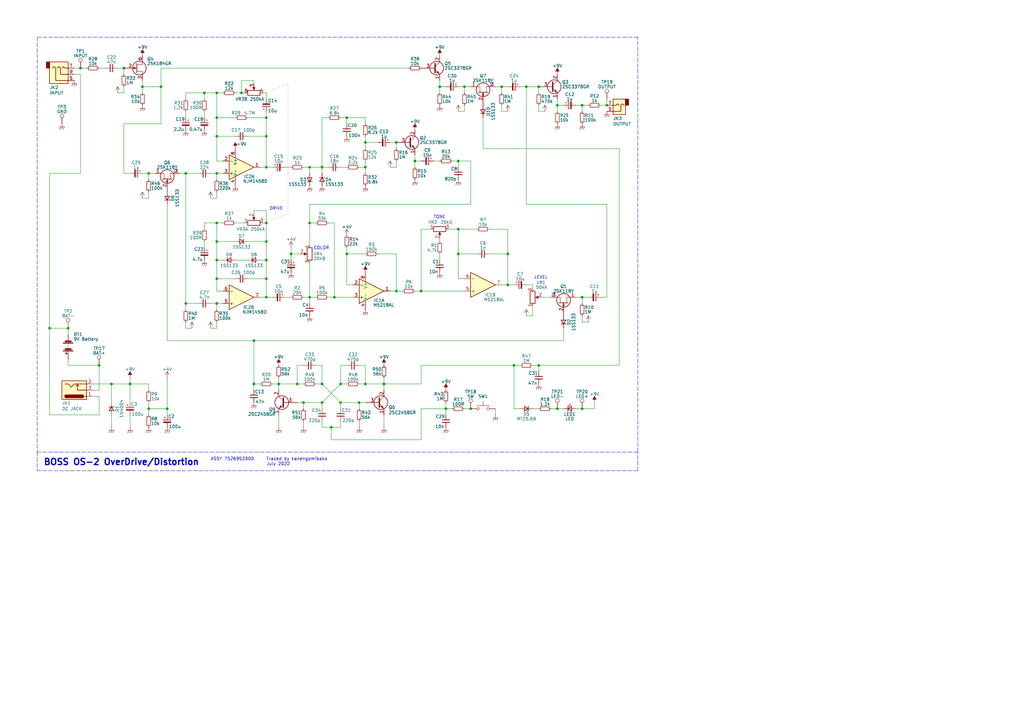
<source format=kicad_sch>
(kicad_sch (version 20211123) (generator eeschema)
  (paper "A3")
  (junction (at 124.46 165.1))
  (junction (at 210.82 149.86))
  (junction (at 132.08 157.48))
  (junction (at 238.76 167.64))
  (junction (at 187.96 93.98))
  (junction (at 127 68.58))
  (junction (at 215.9 35.56))
  (junction (at 228.6 43.18))
  (junction (at 109.22 91.44))
  (junction (at 142.24 48.26))
  (junction (at 60.96 71.12))
  (junction (at 109.22 121.92))
  (junction (at 109.22 68.58))
  (junction (at 88.9 48.26))
  (junction (at 119.38 104.14))
  (junction (at 187.96 66.04))
  (junction (at 60.96 167.64))
  (junction (at 99.06 38.1))
  (junction (at 114.3 157.48))
  (junction (at 66.04 35.56))
  (junction (at 132.08 165.1))
  (junction (at 109.22 48.26))
  (junction (at 109.22 106.68))
  (junction (at 58.42 35.56))
  (junction (at 228.6 167.64))
  (junction (at 238.76 121.92))
  (junction (at 135.89 175.26))
  (junction (at 220.98 149.86))
  (junction (at 137.16 121.92))
  (junction (at 33.02 27.94))
  (junction (at 187.96 104.14))
  (junction (at 68.58 167.64))
  (junction (at 190.5 35.56))
  (junction (at 109.22 114.3))
  (junction (at 149.86 157.48))
  (junction (at 88.9 55.88))
  (junction (at 139.7 165.1))
  (junction (at 208.28 116.84))
  (junction (at 88.9 91.44))
  (junction (at 27.94 134.62))
  (junction (at 248.92 43.18))
  (junction (at 88.9 114.3))
  (junction (at 149.86 68.58))
  (junction (at 76.2 124.46))
  (junction (at 88.9 71.12))
  (junction (at 76.2 71.12))
  (junction (at 205.74 35.56))
  (junction (at 45.72 157.48))
  (junction (at 83.82 38.1))
  (junction (at 121.92 157.48))
  (junction (at 193.04 167.64))
  (junction (at 104.14 157.48))
  (junction (at 104.14 139.7))
  (junction (at 162.56 119.38))
  (junction (at 109.22 99.06))
  (junction (at 53.34 157.48))
  (junction (at 172.72 119.38))
  (junction (at 182.88 167.64))
  (junction (at 40.64 149.86))
  (junction (at 157.48 157.48))
  (junction (at 132.08 68.58))
  (junction (at 142.24 104.14))
  (junction (at 180.34 35.56))
  (junction (at 109.22 55.88))
  (junction (at 147.32 165.1))
  (junction (at 127 121.92))
  (junction (at 127 91.44))
  (junction (at 88.9 106.68))
  (junction (at 139.7 157.48))
  (junction (at 162.56 58.42))
  (junction (at 20.32 134.62))
  (junction (at 220.98 35.56))
  (junction (at 88.9 38.1))
  (junction (at 238.76 43.18))
  (junction (at 149.86 58.42))
  (junction (at 170.18 66.04))
  (junction (at 208.28 104.14))
  (junction (at 88.9 99.06))
  (junction (at 88.9 124.46))
  (junction (at 50.8 27.94))
  (wire (pts (xy 121.92 157.48) (xy 114.3 157.48)))
  (wire (pts (xy 104.14 157.48) (xy 104.14 139.7)))
  (wire (pts (xy 172.72 66.04) (xy 170.18 66.04)))
  (wire (pts (xy 109.22 121.92) (xy 109.22 114.3)))
  (wire (pts (xy 170.18 66.04) (xy 170.18 63.5)))
  (wire (pts (xy 205.74 35.56) (xy 203.2 35.56)))
  (wire (pts (xy 111.76 68.58) (xy 109.22 68.58)))
  (wire (pts (xy 127 83.82) (xy 127 91.44)))
  (wire (pts (xy 180.34 35.56) (xy 182.88 35.56)))
  (wire (pts (xy 99.06 33.02) (xy 99.06 38.1)))
  (polyline (pts (xy 261.62 185.42) (xy 261.62 15.24)))
  (wire (pts (xy 218.44 116.84) (xy 218.44 118.11)))
  (wire (pts (xy 45.72 170.18) (xy 45.72 175.26)))
  (wire (pts (xy 124.46 157.48) (xy 121.92 157.48)))
  (wire (pts (xy 101.6 48.26) (xy 109.22 48.26)))
  (wire (pts (xy 149.86 149.86) (xy 149.86 157.48)))
  (polyline (pts (xy 15.24 185.42) (xy 15.24 193.04)))
  (wire (pts (xy 129.54 157.48) (xy 132.08 157.48)))
  (polyline (pts (xy 15.24 193.04) (xy 261.62 193.04)))
  (wire (pts (xy 203.2 170.18) (xy 203.2 167.64)))
  (wire (pts (xy 109.22 45.72) (xy 109.22 48.26)))
  (wire (pts (xy 88.9 132.08) (xy 88.9 134.62)))
  (wire (pts (xy 132.08 149.86) (xy 129.54 149.86)))
  (wire (pts (xy 88.9 91.44) (xy 88.9 99.06)))
  (wire (pts (xy 104.14 33.02) (xy 99.06 33.02)))
  (wire (pts (xy 149.86 48.26) (xy 142.24 48.26)))
  (polyline (pts (xy 261.62 15.24) (xy 15.24 15.24)))
  (wire (pts (xy 100.33 91.44) (xy 96.52 91.44)))
  (wire (pts (xy 187.96 45.72) (xy 190.5 45.72)))
  (wire (pts (xy 91.44 91.44) (xy 88.9 91.44)))
  (wire (pts (xy 238.76 121.92) (xy 236.22 121.92)))
  (wire (pts (xy 50.8 50.8) (xy 66.04 50.8)))
  (wire (pts (xy 215.9 35.56) (xy 215.9 83.82)))
  (wire (pts (xy 96.52 55.88) (xy 88.9 55.88)))
  (wire (pts (xy 137.16 91.44) (xy 137.16 121.92)))
  (wire (pts (xy 30.48 30.48) (xy 33.02 30.48)))
  (wire (pts (xy 238.76 129.54) (xy 238.76 132.08)))
  (wire (pts (xy 190.5 35.56) (xy 193.04 35.56)))
  (wire (pts (xy 243.84 167.64) (xy 243.84 165.1)))
  (wire (pts (xy 238.76 43.18) (xy 241.3 43.18)))
  (wire (pts (xy 104.14 34.29) (xy 104.14 33.02)))
  (wire (pts (xy 195.58 104.14) (xy 187.96 104.14)))
  (wire (pts (xy 180.34 35.56) (xy 180.34 38.1)))
  (wire (pts (xy 127 121.92) (xy 127 124.46)))
  (wire (pts (xy 53.34 170.18) (xy 53.34 175.26)))
  (wire (pts (xy 187.96 104.14) (xy 187.96 114.3)))
  (wire (pts (xy 215.9 35.56) (xy 220.98 35.56)))
  (wire (pts (xy 124.46 68.58) (xy 127 68.58)))
  (wire (pts (xy 246.38 43.18) (xy 248.92 43.18)))
  (wire (pts (xy 53.34 157.48) (xy 60.96 157.48)))
  (wire (pts (xy 132.08 68.58) (xy 134.62 68.58)))
  (wire (pts (xy 180.34 33.02) (xy 180.34 35.56)))
  (wire (pts (xy 30.48 27.94) (xy 33.02 27.94)))
  (wire (pts (xy 99.06 38.1) (xy 96.52 38.1)))
  (wire (pts (xy 20.32 134.62) (xy 27.94 134.62)))
  (wire (pts (xy 187.96 66.04) (xy 193.04 66.04)))
  (wire (pts (xy 33.02 71.12) (xy 20.32 71.12)))
  (wire (pts (xy 187.96 66.04) (xy 187.96 68.58)))
  (wire (pts (xy 132.08 157.48) (xy 132.08 149.86)))
  (wire (pts (xy 124.46 167.64) (xy 124.46 165.1)))
  (wire (pts (xy 215.9 129.54) (xy 218.44 129.54)))
  (wire (pts (xy 104.14 160.02) (xy 104.14 157.48)))
  (wire (pts (xy 172.72 93.98) (xy 172.72 119.38)))
  (wire (pts (xy 88.9 55.88) (xy 88.9 66.04)))
  (wire (pts (xy 215.9 83.82) (xy 248.92 83.82)))
  (wire (pts (xy 124.46 121.92) (xy 127 121.92)))
  (wire (pts (xy 236.22 167.64) (xy 238.76 167.64)))
  (wire (pts (xy 205.74 38.1) (xy 205.74 35.56)))
  (wire (pts (xy 43.18 27.94) (xy 40.64 27.94)))
  (wire (pts (xy 135.89 180.34) (xy 172.72 180.34)))
  (wire (pts (xy 172.72 119.38) (xy 190.5 119.38)))
  (wire (pts (xy 208.28 45.72) (xy 205.74 45.72)))
  (wire (pts (xy 86.36 81.28) (xy 88.9 81.28)))
  (wire (pts (xy 208.28 116.84) (xy 205.74 116.84)))
  (wire (pts (xy 38.1 157.48) (xy 45.72 157.48)))
  (wire (pts (xy 91.44 71.12) (xy 88.9 71.12)))
  (wire (pts (xy 193.04 167.64) (xy 190.5 167.64)))
  (wire (pts (xy 205.74 35.56) (xy 208.28 35.56)))
  (wire (pts (xy 228.6 43.18) (xy 228.6 45.72)))
  (wire (pts (xy 127 68.58) (xy 132.08 68.58)))
  (wire (pts (xy 218.44 125.73) (xy 218.44 129.54)))
  (wire (pts (xy 53.34 71.12) (xy 50.8 71.12)))
  (wire (pts (xy 238.76 167.64) (xy 243.84 167.64)))
  (wire (pts (xy 226.06 167.64) (xy 228.6 167.64)))
  (wire (pts (xy 60.96 71.12) (xy 63.5 71.12)))
  (wire (pts (xy 40.64 149.86) (xy 40.64 160.02)))
  (wire (pts (xy 109.22 48.26) (xy 109.22 55.88)))
  (wire (pts (xy 101.6 55.88) (xy 109.22 55.88)))
  (wire (pts (xy 88.9 106.68) (xy 88.9 114.3)))
  (wire (pts (xy 33.02 30.48) (xy 33.02 71.12)))
  (wire (pts (xy 88.9 38.1) (xy 91.44 38.1)))
  (wire (pts (xy 114.3 170.18) (xy 114.3 175.26)))
  (wire (pts (xy 157.48 157.48) (xy 172.72 157.48)))
  (wire (pts (xy 220.98 149.86) (xy 254 149.86)))
  (wire (pts (xy 149.86 58.42) (xy 149.86 55.88)))
  (wire (pts (xy 106.68 106.68) (xy 109.22 106.68)))
  (wire (pts (xy 76.2 48.26) (xy 76.2 45.72)))
  (wire (pts (xy 198.12 48.26) (xy 198.12 60.96)))
  (wire (pts (xy 172.72 93.98) (xy 176.53 93.98)))
  (wire (pts (xy 142.24 104.14) (xy 142.24 101.6)))
  (wire (pts (xy 162.56 119.38) (xy 162.56 104.14)))
  (wire (pts (xy 104.14 157.48) (xy 106.68 157.48)))
  (wire (pts (xy 142.24 157.48) (xy 139.7 157.48)))
  (wire (pts (xy 53.34 157.48) (xy 53.34 165.1)))
  (wire (pts (xy 162.56 60.96) (xy 162.56 58.42)))
  (wire (pts (xy 91.44 106.68) (xy 88.9 106.68)))
  (wire (pts (xy 132.08 165.1) (xy 132.08 167.64)))
  (polyline (pts (xy 118.11 34.29) (xy 118.11 87.63)) (stroke (width 0) (type dot) (color 72 72 72 1)))
  (wire (pts (xy 162.56 66.04) (xy 162.56 68.58)))
  (wire (pts (xy 78.74 134.62) (xy 76.2 134.62)))
  (wire (pts (xy 248.92 83.82) (xy 248.92 121.92)))
  (wire (pts (xy 180.34 99.06) (xy 180.34 97.79)))
  (wire (pts (xy 127 91.44) (xy 127 100.33)))
  (wire (pts (xy 195.58 93.98) (xy 187.96 93.98)))
  (wire (pts (xy 180.34 106.68) (xy 180.34 104.14)))
  (wire (pts (xy 127 83.82) (xy 193.04 83.82)))
  (wire (pts (xy 144.78 116.84) (xy 142.24 116.84)))
  (wire (pts (xy 228.6 43.18) (xy 231.14 43.18)))
  (wire (pts (xy 76.2 38.1) (xy 83.82 38.1)))
  (wire (pts (xy 106.68 121.92) (xy 109.22 121.92)))
  (wire (pts (xy 170.18 68.58) (xy 170.18 66.04)))
  (wire (pts (xy 73.66 71.12) (xy 76.2 71.12)))
  (wire (pts (xy 182.88 167.64) (xy 182.88 165.1)))
  (polyline (pts (xy 111.76 90.17) (xy 118.11 87.63)) (stroke (width 0) (type dot) (color 72 72 72 1)))
  (wire (pts (xy 88.9 38.1) (xy 88.9 48.26)))
  (wire (pts (xy 149.86 157.48) (xy 157.48 157.48)))
  (wire (pts (xy 160.02 58.42) (xy 162.56 58.42)))
  (wire (pts (xy 132.08 157.48) (xy 139.7 165.1)))
  (wire (pts (xy 182.88 167.64) (xy 182.88 170.18)))
  (wire (pts (xy 119.38 101.6) (xy 119.38 104.14)))
  (wire (pts (xy 129.54 121.92) (xy 127 121.92)))
  (wire (pts (xy 228.6 167.64) (xy 231.14 167.64)))
  (wire (pts (xy 124.46 165.1) (xy 132.08 165.1)))
  (wire (pts (xy 86.36 124.46) (xy 88.9 124.46)))
  (wire (pts (xy 20.32 71.12) (xy 20.32 134.62)))
  (wire (pts (xy 20.32 134.62) (xy 20.32 170.18)))
  (wire (pts (xy 135.89 175.26) (xy 139.7 175.26)))
  (wire (pts (xy 210.82 149.86) (xy 210.82 167.64)))
  (wire (pts (xy 149.86 50.8) (xy 149.86 48.26)))
  (wire (pts (xy 76.2 132.08) (xy 76.2 134.62)))
  (wire (pts (xy 66.04 50.8) (xy 66.04 35.56)))
  (wire (pts (xy 142.24 48.26) (xy 139.7 48.26)))
  (wire (pts (xy 147.32 68.58) (xy 149.86 68.58)))
  (wire (pts (xy 172.72 167.64) (xy 172.72 180.34)))
  (wire (pts (xy 238.76 124.46) (xy 238.76 121.92)))
  (wire (pts (xy 66.04 27.94) (xy 167.64 27.94)))
  (wire (pts (xy 60.96 73.66) (xy 60.96 71.12)))
  (wire (pts (xy 139.7 157.48) (xy 139.7 149.86)))
  (wire (pts (xy 86.36 134.62) (xy 88.9 134.62)))
  (wire (pts (xy 185.42 66.04) (xy 187.96 66.04)))
  (wire (pts (xy 60.96 78.74) (xy 60.96 81.28)))
  (wire (pts (xy 208.28 104.14) (xy 208.28 116.84)))
  (wire (pts (xy 149.86 60.96) (xy 149.86 58.42)))
  (wire (pts (xy 58.42 81.28) (xy 60.96 81.28)))
  (wire (pts (xy 154.94 104.14) (xy 162.56 104.14)))
  (wire (pts (xy 45.72 157.48) (xy 53.34 157.48)))
  (wire (pts (xy 109.22 106.68) (xy 109.22 99.06)))
  (wire (pts (xy 116.84 121.92) (xy 119.38 121.92)))
  (wire (pts (xy 40.64 162.56) (xy 40.64 170.18)))
  (wire (pts (xy 88.9 71.12) (xy 86.36 71.12)))
  (wire (pts (xy 132.08 68.58) (xy 132.08 71.12)))
  (wire (pts (xy 210.82 116.84) (xy 208.28 116.84)))
  (wire (pts (xy 149.86 68.58) (xy 149.86 71.12)))
  (wire (pts (xy 33.02 27.94) (xy 35.56 27.94)))
  (wire (pts (xy 60.96 160.02) (xy 60.96 157.48)))
  (wire (pts (xy 147.32 175.26) (xy 147.32 172.72)))
  (wire (pts (xy 210.82 149.86) (xy 213.36 149.86)))
  (wire (pts (xy 27.94 149.86) (xy 40.64 149.86)))
  (wire (pts (xy 147.32 167.64) (xy 147.32 165.1)))
  (wire (pts (xy 238.76 132.08) (xy 241.3 132.08)))
  (wire (pts (xy 200.66 104.14) (xy 208.28 104.14)))
  (wire (pts (xy 83.82 38.1) (xy 88.9 38.1)))
  (wire (pts (xy 144.78 121.92) (xy 137.16 121.92)))
  (wire (pts (xy 88.9 99.06) (xy 88.9 106.68)))
  (wire (pts (xy 142.24 104.14) (xy 142.24 116.84)))
  (wire (pts (xy 53.34 154.94) (xy 53.34 157.48)))
  (wire (pts (xy 60.96 170.18) (xy 60.96 167.64)))
  (wire (pts (xy 147.32 149.86) (xy 149.86 149.86)))
  (wire (pts (xy 222.25 121.92) (xy 226.06 121.92)))
  (wire (pts (xy 248.92 40.64) (xy 248.92 43.18)))
  (wire (pts (xy 172.72 149.86) (xy 210.82 149.86)))
  (wire (pts (xy 157.48 157.48) (xy 157.48 160.02)))
  (wire (pts (xy 187.96 35.56) (xy 190.5 35.56)))
  (wire (pts (xy 213.36 167.64) (xy 210.82 167.64)))
  (wire (pts (xy 83.82 48.26) (xy 83.82 45.72)))
  (wire (pts (xy 220.98 152.4) (xy 220.98 149.86)))
  (wire (pts (xy 134.62 48.26) (xy 132.08 48.26)))
  (wire (pts (xy 119.38 104.14) (xy 119.38 106.68)))
  (wire (pts (xy 149.86 68.58) (xy 149.86 66.04)))
  (wire (pts (xy 127 107.95) (xy 127 121.92)))
  (wire (pts (xy 134.62 91.44) (xy 137.16 91.44)))
  (wire (pts (xy 48.26 38.1) (xy 50.8 38.1)))
  (wire (pts (xy 104.14 87.63) (xy 104.14 86.36)))
  (wire (pts (xy 109.22 38.1) (xy 107.95 38.1)))
  (wire (pts (xy 83.82 40.64) (xy 83.82 38.1)))
  (wire (pts (xy 91.44 66.04) (xy 88.9 66.04)))
  (wire (pts (xy 190.5 43.18) (xy 190.5 45.72)))
  (wire (pts (xy 109.22 86.36) (xy 109.22 91.44)))
  (wire (pts (xy 220.98 45.72) (xy 223.52 45.72)))
  (wire (pts (xy 106.68 68.58) (xy 109.22 68.58)))
  (wire (pts (xy 228.6 40.64) (xy 228.6 43.18)))
  (wire (pts (xy 185.42 167.64) (xy 182.88 167.64)))
  (wire (pts (xy 160.02 68.58) (xy 162.56 68.58)))
  (wire (pts (xy 139.7 157.48) (xy 132.08 165.1)))
  (wire (pts (xy 157.48 157.48) (xy 157.48 154.94)))
  (wire (pts (xy 58.42 33.02) (xy 58.42 35.56)))
  (wire (pts (xy 147.32 157.48) (xy 149.86 157.48)))
  (wire (pts (xy 88.9 73.66) (xy 88.9 71.12)))
  (wire (pts (xy 88.9 124.46) (xy 91.44 124.46)))
  (wire (pts (xy 160.02 119.38) (xy 162.56 119.38)))
  (wire (pts (xy 88.9 91.44) (xy 83.82 91.44)))
  (polyline (pts (xy 261.62 193.04) (xy 261.62 185.42)))
  (wire (pts (xy 238.76 121.92) (xy 241.3 121.92)))
  (wire (pts (xy 124.46 149.86) (xy 121.92 149.86)))
  (wire (pts (xy 139.7 165.1) (xy 139.7 167.64)))
  (wire (pts (xy 135.89 175.26) (xy 135.89 180.34)))
  (wire (pts (xy 109.22 91.44) (xy 107.95 91.44)))
  (wire (pts (xy 172.72 157.48) (xy 172.72 149.86)))
  (wire (pts (xy 83.82 99.06) (xy 83.82 101.6)))
  (wire (pts (xy 121.92 149.86) (xy 121.92 157.48)))
  (wire (pts (xy 139.7 149.86) (xy 142.24 149.86)))
  (wire (pts (xy 27.94 147.32) (xy 27.94 149.86)))
  (wire (pts (xy 246.38 121.92) (xy 248.92 121.92)))
  (wire (pts (xy 157.48 170.18) (xy 157.48 175.26)))
  (wire (pts (xy 132.08 175.26) (xy 135.89 175.26)))
  (wire (pts (xy 101.6 114.3) (xy 109.22 114.3)))
  (wire (pts (xy 200.66 93.98) (xy 208.28 93.98)))
  (wire (pts (xy 170.18 119.38) (xy 172.72 119.38)))
  (wire (pts (xy 114.3 157.48) (xy 114.3 154.94)))
  (wire (pts (xy 96.52 48.26) (xy 88.9 48.26)))
  (wire (pts (xy 76.2 71.12) (xy 76.2 124.46)))
  (wire (pts (xy 60.96 167.64) (xy 60.96 165.1)))
  (wire (pts (xy 198.12 60.96) (xy 254 60.96)))
  (wire (pts (xy 96.52 114.3) (xy 88.9 114.3)))
  (wire (pts (xy 184.15 93.98) (xy 187.96 93.98)))
  (wire (pts (xy 213.36 35.56) (xy 215.9 35.56)))
  (wire (pts (xy 127 71.12) (xy 127 68.58)))
  (wire (pts (xy 68.58 167.64) (xy 68.58 170.18)))
  (wire (pts (xy 132.08 48.26) (xy 132.08 68.58)))
  (wire (pts (xy 238.76 43.18) (xy 238.76 45.72)))
  (wire (pts (xy 50.8 71.12) (xy 50.8 50.8)))
  (wire (pts (xy 124.46 175.26) (xy 124.46 172.72)))
  (wire (pts (xy 109.22 68.58) (xy 109.22 55.88)))
  (wire (pts (xy 231.14 134.62) (xy 231.14 139.7)))
  (wire (pts (xy 109.22 40.64) (xy 109.22 38.1)))
  (wire (pts (xy 190.5 38.1) (xy 190.5 35.56)))
  (wire (pts (xy 147.32 165.1) (xy 149.86 165.1)))
  (wire (pts (xy 220.98 43.18) (xy 220.98 45.72)))
  (wire (pts (xy 238.76 43.18) (xy 236.22 43.18)))
  (wire (pts (xy 104.14 139.7) (xy 231.14 139.7)))
  (wire (pts (xy 100.33 38.1) (xy 99.06 38.1)))
  (wire (pts (xy 38.1 160.02) (xy 40.64 160.02)))
  (wire (pts (xy 68.58 154.94) (xy 68.58 167.64)))
  (polyline (pts (xy 15.24 15.24) (xy 15.24 185.42)))
  (wire (pts (xy 45.72 157.48) (xy 45.72 165.1)))
  (wire (pts (xy 182.88 167.64) (xy 172.72 167.64)))
  (wire (pts (xy 88.9 48.26) (xy 88.9 55.88)))
  (wire (pts (xy 116.84 68.58) (xy 119.38 68.58)))
  (wire (pts (xy 142.24 104.14) (xy 149.86 104.14)))
  (wire (pts (xy 88.9 81.28) (xy 88.9 78.74)))
  (wire (pts (xy 124.46 165.1) (xy 121.92 165.1)))
  (wire (pts (xy 111.76 157.48) (xy 114.3 157.48)))
  (wire (pts (xy 101.6 99.06) (xy 109.22 99.06)))
  (wire (pts (xy 101.6 106.68) (xy 96.52 106.68)))
  (wire (pts (xy 50.8 27.94) (xy 50.8 30.48)))
  (wire (pts (xy 220.98 35.56) (xy 220.98 38.1)))
  (wire (pts (xy 66.04 35.56) (xy 58.42 35.56)))
  (wire (pts (xy 104.14 86.36) (xy 109.22 86.36)))
  (wire (pts (xy 114.3 157.48) (xy 114.3 160.02)))
  (wire (pts (xy 149.86 58.42) (xy 154.94 58.42)))
  (wire (pts (xy 165.1 119.38) (xy 162.56 119.38)))
  (wire (pts (xy 208.28 93.98) (xy 208.28 104.14)))
  (wire (pts (xy 88.9 124.46) (xy 88.9 127)))
  (wire (pts (xy 76.2 124.46) (xy 81.28 124.46)))
  (wire (pts (xy 68.58 139.7) (xy 104.14 139.7)))
  (wire (pts (xy 58.42 35.56) (xy 58.42 38.1)))
  (wire (pts (xy 119.38 104.14) (xy 123.19 104.14)))
  (wire (pts (xy 88.9 119.38) (xy 91.44 119.38)))
  (wire (pts (xy 218.44 149.86) (xy 220.98 149.86)))
  (wire (pts (xy 193.04 66.04) (xy 193.04 83.82)))
  (wire (pts (xy 48.26 27.94) (xy 50.8 27.94)))
  (wire (pts (xy 20.32 170.18) (xy 40.64 170.18)))
  (wire (pts (xy 142.24 50.8) (xy 142.24 48.26)))
  (wire (pts (xy 139.7 172.72) (xy 139.7 175.26)))
  (wire (pts (xy 254 60.96) (xy 254 149.86)))
  (wire (pts (xy 205.74 43.18) (xy 205.74 45.72)))
  (polyline (pts (xy 111.76 36.83) (xy 118.11 34.29)) (stroke (width 0) (type dot) (color 72 72 72 1)))
  (polyline (pts (xy 15.24 185.42) (xy 261.62 185.42)))
  (wire (pts (xy 76.2 40.64) (xy 76.2 38.1)))
  (wire (pts (xy 76.2 127) (xy 76.2 124.46)))
  (wire (pts (xy 187.96 114.3) (xy 190.5 114.3)))
  (wire (pts (xy 132.08 172.72) (xy 132.08 175.26)))
  (wire (pts (xy 109.22 114.3) (xy 109.22 106.68)))
  (wire (pts (xy 38.1 162.56) (xy 40.64 162.56)))
  (wire (pts (xy 137.16 121.92) (xy 134.62 121.92)))
  (wire (pts (xy 147.32 165.1) (xy 139.7 165.1)))
  (wire (pts (xy 187.96 104.14) (xy 187.96 93.98)))
  (wire (pts (xy 83.82 91.44) (xy 83.82 93.98)))
  (wire (pts (xy 180.34 66.04) (xy 177.8 66.04)))
  (wire (pts (xy 68.58 83.82) (xy 68.58 139.7)))
  (wire (pts (xy 68.58 167.64) (xy 60.96 167.64)))
  (wire (pts (xy 66.04 35.56) (xy 66.04 27.94)))
  (wire (pts (xy 50.8 35.56) (xy 50.8 38.1)))
  (wire (pts (xy 129.54 91.44) (xy 127 91.44)))
  (wire (pts (xy 88.9 99.06) (xy 96.52 99.06)))
  (wire (pts (xy 220.98 167.64) (xy 218.44 167.64)))
  (wire (pts (xy 139.7 68.58) (xy 142.24 68.58)))
  (wire (pts (xy 58.42 71.12) (xy 60.96 71.12)))
  (wire (pts (xy 111.76 121.92) (xy 109.22 121.92)))
  (wire (pts (xy 88.9 114.3) (xy 88.9 119.38)))
  (wire (pts (xy 27.94 134.62) (xy 27.94 137.16)))
  (wire (pts (xy 81.28 71.12) (xy 76.2 71.12)))
  (wire (pts (xy 218.44 116.84) (xy 215.9 116.84)))
  (wire (pts (xy 109.22 99.06) (xy 109.22 91.44)))
  (text "D" (at 200.66 35.56 0) (effects (font (size 1.27 1.27)) (justify left bottom)))
  (text "D" (at 226.06 121.92 0) (effects (font (size 1.27 1.27)) (justify left bottom)))
  (text "D" (at 71.12 71.12 0) (effects (font (size 1.27 1.27)) (justify left bottom)))
  (text "BOSS OS-2 OverDrive/Distortion " (at 17.78 191.135 0) (effects (font (size 2.54 2.54) (thickness 0.508) bold) (justify left bottom)))
  (text "TONE" (at 177.8 89.8525 0) (effects (font (size 1.27 1.27)) (justify left bottom)))
  (text "D" (at 56.8325 25.0825 0) (effects (font (size 1.27 1.27)) (justify left bottom)))
  (text "DRIVE" (at 110.49 86.36 0) (effects (font (size 1.27 1.27)) (justify left bottom)))
  (text "Traced by kanengomibako\nJuly 2022" (at 109.22 191.135 0) (effects (font (size 1.27 1.27)) (justify left bottom)))
  (text "ASSY 7526952000\n " (at 86.36 191.135 0) (effects (font (size 1.27 1.27)) (justify left bottom)))
  (text "LEVEL" (at 219.075 114.6175 0) (effects (font (size 1.27 1.27)) (justify left bottom)))
  (text "COLOR" (at 128.5875 102.5525 0) (effects (font (size 1.27 1.27)) (justify left bottom)))
  (symbol (lib_name "GND_2") (lib_id "power:GND") (at 104.14 165.1 0) (unit 1)
    (property "Reference" "#PWR045" (effects hide))
    (property "Value" "GND" (effects hide))
  )
  (symbol (lib_id "myLib:+4.5V") (at 215.9 129.54 0) (unit 1)
    (property "Reference" "#PWR034" (effects hide))
    (property "Value" "+4.5V" (effects hide))
  )
  (symbol (lib_name "GND_2") (lib_id "power:GND") (at 76.2 53.34 0) (unit 1)
    (property "Reference" "#PWR010" (effects hide))
    (property "Value" "GND" (effects hide))
  )
  (symbol (lib_name "GND_2") (lib_id "power:GND") (at 58.42 43.18 0) (unit 1)
    (property "Reference" "#PWR08" (effects hide))
    (property "Value" "GND" (effects hide))
  )
  (symbol (lib_id "Amplifier_Operational:NJM4580") (at 99.06 121.92 0) (mirror x) (unit 2)
    (property "Reference" "IC2" (at 99.695 126.0475 0) (effects (justify left)))
    (property "Value" "NJM1458D" (at 99.3775 127.9525 0) (effects (justify left)))
  )
  (symbol (lib_id "power:+9V") (at 243.84 165.1 0) (mirror y) (unit 1)
    (property "Reference" "#PWR042" (effects hide))
    (property "Value" "+9V" (at 243.84 161.6075 0))
  )
  (symbol (lib_id "Device:C_Polarized_Small") (at 157.48 58.42 270) (unit 1)
    (property "Reference" "C10" (at 157.48 53.975 90))
    (property "Value" "1u" (at 157.48 55.88 90))
  )
  (symbol (lib_id "Device:R_Small") (at 142.24 99.06 0) (unit 1)
    (property "Reference" "R14" (at 143.1925 98.1075 0) (effects (justify left)))
    (property "Value" "22k" (at 143.1925 100.0125 0) (effects (justify left)))
  )
  (symbol (lib_name "GND_2") (lib_id "power:GND") (at 170.18 73.66 0) (unit 1)
    (property "Reference" "#PWR032" (effects hide))
    (property "Value" "GND" (effects hide))
  )
  (symbol (lib_name "GND_2") (lib_id "power:GND") (at 25.4 50.8 0) (unit 1)
    (property "Reference" "#PWR01" (effects hide))
    (property "Value" "GND" (effects hide))
  )
  (symbol (lib_id "Device:R_Small") (at 93.98 38.1 90) (unit 1)
    (property "Reference" "R22" (at 93.98 34.29 90))
    (property "Value" "12k" (at 93.98 36.195 90))
  )
  (symbol (lib_name "GND_2") (lib_id "power:GND") (at 182.88 175.26 0) (unit 1)
    (property "Reference" "#PWR067" (effects hide))
    (property "Value" "GND" (effects hide))
  )
  (symbol (lib_id "Device:Q_NPN_ECB") (at 226.06 35.56 0) (unit 1)
    (property "Reference" "Q3" (at 230.505 33.655 0) (effects (justify left)))
    (property "Value" "2SC3378GR" (at 230.505 35.56 0) (effects (justify left)))
  )
  (symbol (lib_id "Device:C_Polarized_Small") (at 109.22 43.18 0) (mirror x) (unit 1)
    (property "Reference" "C14" (at 109.855 41.275 0) (effects (justify left)))
    (property "Value" "10u" (at 109.855 45.4025 0) (effects (justify left)))
  )
  (symbol (lib_name "GND_2") (lib_id "power:GND") (at 238.76 50.8 0) (unit 1)
    (property "Reference" "#PWR068" (effects hide))
    (property "Value" "GND" (effects hide))
  )
  (symbol (lib_id "Device:R_Small") (at 109.22 157.48 90) (unit 1)
    (property "Reference" "R20" (at 109.22 153.67 90))
    (property "Value" "1M" (at 109.22 155.575 90))
  )
  (symbol (lib_id "Device:R_Small") (at 121.92 121.92 90) (unit 1)
    (property "Reference" "R2" (at 121.92 118.11 90))
    (property "Value" "20k" (at 121.92 120.015 90))
  )
  (symbol (lib_name "GND_2") (lib_id "power:GND") (at 53.34 175.26 0) (unit 1)
    (property "Reference" "#PWR06" (effects hide))
    (property "Value" "GND" (effects hide))
  )
  (symbol (lib_id "Device:D_Small") (at 45.72 167.64 90) (mirror x) (unit 1)
    (property "Reference" "D1" (at 47.9425 167.64 0))
    (property "Value" "1N4004" (at 49.8475 167.64 0))
  )
  (symbol (lib_id "Device:R_Small") (at 127 157.48 90) (unit 1)
    (property "Reference" "R49" (at 127 153.67 90))
    (property "Value" "100k" (at 127 155.575 90))
  )
  (symbol (lib_id "Device:R_Small") (at 190.5 40.64 0) (unit 1)
    (property "Reference" "R45" (at 191.4525 39.6875 0) (effects (justify left)))
    (property "Value" "1M" (at 191.4525 41.5925 0) (effects (justify left)))
  )
  (symbol (lib_id "myLib:+4.5V") (at 86.36 81.28 0) (unit 1)
    (property "Reference" "#PWR015" (effects hide))
    (property "Value" "+4.5V" (effects hide))
  )
  (symbol (lib_name "GND_2") (lib_id "power:GND") (at 83.82 53.34 0) (unit 1)
    (property "Reference" "#PWR013" (effects hide))
    (property "Value" "GND" (effects hide))
  )
  (symbol (lib_name "GND_2") (lib_id "power:GND") (at 203.2 170.18 0) (unit 1)
    (property "Reference" "#PWR070" (effects hide))
    (property "Value" "GND" (effects hide))
  )
  (symbol (lib_id "Device:Battery") (at 27.94 142.24 180) (unit 1)
    (property "Reference" "BT1" (at 30.1625 137.16 0) (effects (justify right)))
    (property "Value" "9V Battery" (at 30.1625 139.065 0) (effects (justify right)))
  )
  (symbol (lib_name "GND_2") (lib_id "power:GND") (at 187.96 73.66 0) (unit 1)
    (property "Reference" "#PWR033" (effects hide))
    (property "Value" "GND" (effects hide))
  )
  (symbol (lib_id "Device:R_Small") (at 149.86 73.66 0) (unit 1)
    (property "Reference" "R32" (at 150.8125 72.7075 0) (effects (justify left)))
    (property "Value" "6.8k" (at 150.8125 74.6125 0) (effects (justify left)))
  )
  (symbol (lib_id "Device:C_Polarized_Small") (at 210.82 35.56 270) (unit 1)
    (property "Reference" "C24" (at 210.82 31.115 90))
    (property "Value" "1u" (at 210.82 33.02 90))
  )
  (symbol (lib_id "Device:R_Small") (at 205.74 40.64 0) (unit 1)
    (property "Reference" "R41" (at 206.6925 39.6875 0) (effects (justify left)))
    (property "Value" "1M" (at 206.6925 41.5925 0) (effects (justify left)))
  )
  (symbol (lib_id "Device:C_Polarized_Small") (at 68.58 172.72 0) (unit 1)
    (property "Reference" "C2" (at 68.8975 170.815 0) (effects (justify left)))
    (property "Value" "100u" (at 69.215 174.9425 0) (effects (justify left)))
  )
  (symbol (lib_id "Device:R_Small") (at 60.96 172.72 0) (unit 1)
    (property "Reference" "R8" (at 61.9125 171.7675 0) (effects (justify left)))
    (property "Value" "10k" (at 61.9125 173.6725 0) (effects (justify left)))
  )
  (symbol (lib_id "Device:D_Small") (at 231.14 132.08 90) (unit 1)
    (property "Reference" "D2" (at 233.3625 132.08 0))
    (property "Value" "1SS133" (at 235.2675 132.08 0))
  )
  (symbol (lib_name "GND_2") (lib_id "power:GND") (at 147.32 175.26 0) (unit 1)
    (property "Reference" "#PWR057" (effects hide))
    (property "Value" "GND" (effects hide))
  )
  (symbol (lib_id "Connector:TestPoint") (at 33.02 27.94 0) (unit 1)
    (property "Reference" "TP1" (at 33.02 20.955 0))
    (property "Value" "INPUT" (at 33.02 22.86 0))
  )
  (symbol (lib_name "GND_2") (lib_id "power:GND") (at 157.48 175.26 0) (unit 1)
    (property "Reference" "#PWR060" (effects hide))
    (property "Value" "GND" (effects hide))
  )
  (symbol (lib_id "Amplifier_Operational:NJM4580") (at 152.4 119.38 0) (unit 3)
    (property "Reference" "IC1" (effects hide))
    (property "Value" "M5218AL" (effects hide))
  )
  (symbol (lib_id "power:+9V") (at 149.86 111.76 0) (unit 1)
    (property "Reference" "#PWR029" (effects hide))
    (property "Value" "+9V" (at 149.86 108.2675 0))
  )
  (symbol (lib_id "Device:R_Small") (at 60.96 162.56 0) (unit 1)
    (property "Reference" "R9" (at 61.9125 161.6075 0) (effects (justify left)))
    (property "Value" "10k" (at 61.9125 163.5125 0) (effects (justify left)))
  )
  (symbol (lib_id "Device:R_Small") (at 132.08 91.44 90) (unit 1)
    (property "Reference" "R4" (at 132.08 87.63 90))
    (property "Value" "33k" (at 132.08 89.535 90))
  )
  (symbol (lib_name "GND_2") (lib_id "power:GND") (at 132.08 76.2 0) (unit 1)
    (property "Reference" "#PWR024" (effects hide))
    (property "Value" "GND" (effects hide))
  )
  (symbol (lib_id "power:+9V") (at 182.88 160.02 0) (unit 1)
    (property "Reference" "#PWR066" (effects hide))
    (property "Value" "+9V" (at 182.88 156.5275 0))
  )
  (symbol (lib_id "Device:C_Polarized_Small") (at 83.82 50.8 0) (mirror y) (unit 1)
    (property "Reference" "C18" (at 83.5025 48.895 0) (effects (justify left)))
    (property "Value" "0.47u" (at 83.185 53.0225 0) (effects (justify left)))
  )
  (symbol (lib_id "Device:C_Small") (at 132.08 170.18 0) (mirror y) (unit 1)
    (property "Reference" "C34" (at 131.7625 168.275 0) (effects (justify left)))
    (property "Value" "220p" (at 131.445 172.4025 0) (effects (justify left)))
  )
  (symbol (lib_id "Device:R_Small") (at 167.64 119.38 90) (unit 1)
    (property "Reference" "R6" (at 167.64 115.57 90))
    (property "Value" "10k" (at 167.64 117.475 90))
  )
  (symbol (lib_id "Device:LED_Small") (at 233.68 167.64 0) (unit 1)
    (property "Reference" "LED1" (at 233.68 169.8625 0))
    (property "Value" "LED" (at 233.68 171.7675 0))
  )
  (symbol (lib_name "GND_2") (lib_id "power:GND") (at 127 76.2 0) (unit 1)
    (property "Reference" "#PWR022" (effects hide))
    (property "Value" "GND" (effects hide))
  )
  (symbol (lib_name "GND_2") (lib_id "power:GND") (at 220.98 157.48 0) (unit 1)
    (property "Reference" "#PWR064" (effects hide))
    (property "Value" "GND" (effects hide))
  )
  (symbol (lib_id "myLib:+4.5V") (at 208.28 45.72 0) (unit 1)
    (property "Reference" "#PWR038" (effects hide))
    (property "Value" "+4.5V" (effects hide))
  )
  (symbol (lib_id "Device:C_Small") (at 220.98 154.94 0) (mirror y) (unit 1)
    (property "Reference" "C31" (at 220.6625 153.035 0) (effects (justify left)))
    (property "Value" "47n" (at 220.345 157.1625 0) (effects (justify left)))
  )
  (symbol (lib_id "myLib:+4.5V") (at 58.42 81.28 0) (unit 1)
    (property "Reference" "#PWR09" (effects hide))
    (property "Value" "+4.5V" (effects hide))
  )
  (symbol (lib_id "myLib:+4.5V") (at 78.74 134.62 0) (unit 1)
    (property "Reference" "#PWR012" (effects hide))
    (property "Value" "+4.5V" (effects hide))
  )
  (symbol (lib_id "Device:R_Potentiometer") (at 218.44 121.92 0) (mirror x) (unit 1)
    (property "Reference" "VR1" (at 220.0275 115.8875 0) (effects (justify left)))
    (property "Value" "50kA" (at 219.71 117.7925 0) (effects (justify left)))
  )
  (symbol (lib_id "Device:R_Small") (at 99.06 48.26 90) (unit 1)
    (property "Reference" "R29" (at 98.7425 46.355 90) (effects (justify left)))
    (property "Value" "4.7M" (at 100.0125 46.355 90) (effects (justify right)))
  )
  (symbol (lib_id "Connector:TestPoint") (at 238.76 167.64 0) (unit 1)
    (property "Reference" "TP20" (at 238.76 160.655 0))
    (property "Value" "LED+" (at 238.76 162.56 0))
  )
  (symbol (lib_id "Device:C_Small") (at 182.88 172.72 0) (mirror y) (unit 1)
    (property "Reference" "C29" (at 182.5625 170.815 0) (effects (justify left)))
    (property "Value" "10n" (at 182.245 174.9425 0) (effects (justify left)))
  )
  (symbol (lib_id "Device:D_Small") (at 198.12 45.72 90) (unit 1)
    (property "Reference" "D10" (at 200.3425 45.72 0))
    (property "Value" "1SS133" (at 202.2475 45.72 0))
  )
  (symbol (lib_id "Device:D_Small") (at 132.08 73.66 90) (mirror x) (unit 1)
    (property "Reference" "D4" (at 133.35 73.66 90) (effects (justify right)))
    (property "Value" "1SS133" (at 133.35 75.565 90) (effects (justify right)))
  )
  (symbol (lib_id "myLib:+4.5V") (at 119.38 101.6 0) (unit 1)
    (property "Reference" "#PWR018" (effects hide))
    (property "Value" "+4.5V" (at 119.38 98.1075 0))
  )
  (symbol (lib_id "Device:Q_NJFET_SGD") (at 198.12 38.1 270) (mirror x) (unit 1)
    (property "Reference" "Q7" (at 198.12 31.115 90))
    (property "Value" "2SK118Y" (at 198.12 33.02 90))
  )
  (symbol (lib_id "Device:C_Small") (at 198.12 104.14 270) (unit 1)
    (property "Reference" "C6" (at 198.12 99.695 90))
    (property "Value" "1n" (at 198.12 101.6 90))
  )
  (symbol (lib_id "myLib:+4.5V") (at 48.26 38.1 0) (unit 1)
    (property "Reference" "#PWR03" (effects hide))
    (property "Value" "+4.5V" (effects hide))
  )
  (symbol (lib_id "Device:C_Small") (at 83.82 71.12 270) (unit 1)
    (property "Reference" "C28" (at 83.82 66.675 90))
    (property "Value" "22n" (at 83.82 68.58 90))
  )
  (symbol (lib_id "Device:R_Small") (at 198.12 93.98 90) (unit 1)
    (property "Reference" "R7" (at 198.12 90.17 90))
    (property "Value" "10k" (at 198.12 92.075 90))
  )
  (symbol (lib_id "Device:R_Small") (at 50.8 33.02 0) (unit 1)
    (property "Reference" "R33" (at 51.7525 32.0675 0) (effects (justify left)))
    (property "Value" "1M" (at 51.7525 33.9725 0) (effects (justify left)))
  )
  (symbol (lib_id "Amplifier_Operational:NJM4580") (at 198.12 116.84 0) (mirror x) (unit 2)
    (property "Reference" "IC1" (at 198.755 120.9675 0) (effects (justify left)))
    (property "Value" "M5218AL" (at 198.4375 122.8725 0) (effects (justify left)))
  )
  (symbol (lib_id "Device:R_Small") (at 144.78 68.58 90) (unit 1)
    (property "Reference" "R24" (at 144.78 64.77 90))
    (property "Value" "2.2k" (at 144.78 66.675 90))
  )
  (symbol (lib_name "GND_2") (lib_id "power:GND") (at 149.86 76.2 0) (unit 1)
    (property "Reference" "#PWR025" (effects hide))
    (property "Value" "GND" (effects hide))
  )
  (symbol (lib_id "Device:C_Small") (at 127 149.86 270) (unit 1)
    (property "Reference" "C33" (at 127 145.415 90))
    (property "Value" "470p" (at 127 147.32 90))
  )
  (symbol (lib_id "Device:Q_NPN_ECB") (at 154.94 165.1 0) (unit 1)
    (property "Reference" "Q6" (at 159.385 167.005 0) (effects (justify left)))
    (property "Value" "2SC2458GR" (at 159.385 169.2275 0) (effects (justify left)))
  )
  (symbol (lib_id "Device:C_Polarized_Small") (at 55.88 71.12 270) (unit 1)
    (property "Reference" "C25" (at 55.88 66.675 90))
    (property "Value" "1u" (at 55.88 68.58 90))
  )
  (symbol (lib_id "Device:Q_NPN_ECB") (at 167.64 58.42 0) (unit 1)
    (property "Reference" "Q2" (at 172.085 56.515 0) (effects (justify left)))
    (property "Value" "2SC3378GR" (at 172.085 58.42 0) (effects (justify left)))
  )
  (symbol (lib_id "myLib:+4.5V") (at 142.24 96.52 0) (unit 1)
    (property "Reference" "#PWR028" (effects hide))
    (property "Value" "+4.5V" (at 142.24 93.0275 0))
  )
  (symbol (lib_id "Device:C_Small") (at 99.06 114.3 270) (unit 1)
    (property "Reference" "C26" (at 98.7425 111.76 90) (effects (justify right)))
    (property "Value" "100p" (at 99.695 111.76 90) (effects (justify left)))
  )
  (symbol (lib_name "GND_2") (lib_id "power:GND") (at 83.82 106.68 0) (unit 1)
    (property "Reference" "#PWR014" (effects hide))
    (property "Value" "GND" (effects hide))
  )
  (symbol (lib_id "myLib:+4.5V") (at 86.36 134.62 0) (unit 1)
    (property "Reference" "#PWR016" (effects hide))
    (property "Value" "+4.5V" (effects hide))
  )
  (symbol (lib_id "Device:Q_NJFET_DGS") (at 55.88 27.94 0) (unit 1)
    (property "Reference" "Q4" (at 60.325 24.13 0) (effects (justify left)))
    (property "Value" "2SK184GR" (at 60.325 26.035 0) (effects (justify left)))
  )
  (symbol (lib_id "Device:D_Small") (at 99.06 99.06 180) (unit 1)
    (property "Reference" "D7" (at 99.06 96.8375 0))
    (property "Value" "1SS133" (at 99.06 101.2825 0))
  )
  (symbol (lib_id "Device:C_Small") (at 142.24 53.34 0) (unit 1)
    (property "Reference" "C20" (at 142.5575 51.435 0) (effects (justify left)))
    (property "Value" "100n" (at 142.875 55.5625 0) (effects (justify left)))
  )
  (symbol (lib_id "Device:R_Small") (at 182.88 162.56 0) (mirror y) (unit 1)
    (property "Reference" "R43" (at 181.9275 161.6075 0) (effects (justify left)))
    (property "Value" "1M" (at 181.9275 163.5125 0) (effects (justify left)))
  )
  (symbol (lib_name "GND_2") (lib_id "power:GND") (at 114.3 175.26 0) (unit 1)
    (property "Reference" "#PWR049" (effects hide))
    (property "Value" "GND" (effects hide))
  )
  (symbol (lib_id "power:+9V") (at 228.6 30.48 0) (unit 1)
    (property "Reference" "#PWR041" (effects hide))
    (property "Value" "+9V" (at 228.6 26.9875 0))
  )
  (symbol (lib_id "Device:R_Small") (at 121.92 68.58 90) (unit 1)
    (property "Reference" "R23" (at 121.92 64.77 90))
    (property "Value" "1k" (at 121.92 66.675 90))
  )
  (symbol (lib_id "Device:Q_NPN_ECB") (at 177.8 27.94 0) (unit 1)
    (property "Reference" "Q5" (at 182.245 26.035 0) (effects (justify left)))
    (property "Value" "2SC3378GR" (at 182.245 27.94 0) (effects (justify left)))
  )
  (symbol (lib_id "Device:R_Small") (at 114.3 152.4 0) (unit 1)
    (property "Reference" "R52" (at 115.2525 151.4475 0) (effects (justify left)))
    (property "Value" "56k" (at 115.2525 153.3525 0) (effects (justify left)))
  )
  (symbol (lib_id "Device:D_Small") (at 93.98 106.68 0) (mirror x) (unit 1)
    (property "Reference" "D9" (at 93.98 104.4575 0))
    (property "Value" "1SS133" (at 93.98 108.9025 0))
  )
  (symbol (lib_id "Device:R_Small") (at 162.56 63.5 0) (unit 1)
    (property "Reference" "R16" (at 163.5125 62.5475 0) (effects (justify left)))
    (property "Value" "1M" (at 163.5125 64.4525 0) (effects (justify left)))
  )
  (symbol (lib_id "Amplifier_Operational:NJM4580") (at 99.06 68.58 0) (mirror x) (unit 1)
    (property "Reference" "IC2" (at 100.0125 72.39 0) (effects (justify left)))
    (property "Value" "NJM1458D" (at 99.695 74.295 0) (effects (justify left)))
  )
  (symbol (lib_id "Device:D_Small") (at 68.58 81.28 90) (unit 1)
    (property "Reference" "D6" (at 70.8025 81.28 0))
    (property "Value" "1SS133" (at 72.7075 81.28 0))
  )
  (symbol (lib_id "Device:C_Small") (at 45.72 27.94 270) (unit 1)
    (property "Reference" "C22" (at 45.72 23.495 90))
    (property "Value" "47n" (at 45.72 25.4 90))
  )
  (symbol (lib_id "Device:R_Small") (at 243.84 43.18 90) (unit 1)
    (property "Reference" "R12" (at 243.84 39.37 90))
    (property "Value" "1k" (at 243.84 41.275 90))
  )
  (symbol (lib_id "Connector:AudioJack2") (at 254 43.18 180) (unit 1)
    (property "Reference" "JK3" (at 251.46 48.5775 0) (effects (justify right)))
    (property "Value" "OUTPUT" (at 251.46 50.8 0) (effects (justify right)))
  )
  (symbol (lib_id "power:+9V") (at 53.34 154.94 0) (unit 1)
    (property "Reference" "#PWR011" (effects hide))
    (property "Value" "+9V" (at 53.34 151.4475 0))
  )
  (symbol (lib_id "Device:R_Small") (at 83.82 96.52 0) (mirror y) (unit 1)
    (property "Reference" "R39" (at 82.8675 95.5675 0) (effects (justify left)))
    (property "Value" "100R" (at 82.8675 97.4725 0) (effects (justify left)))
  )
  (symbol (lib_id "Device:R_Potentiometer") (at 127 104.14 0) (mirror y) (unit 1)
    (property "Reference" "VR4" (at 128.5875 104.14 0) (effects (justify right)))
    (property "Value" "20kB" (at 128.5875 106.045 0) (effects (justify right)))
  )
  (symbol (lib_id "Device:R_Potentiometer_Dual_Separate") (at 104.14 91.44 90) (unit 1)
    (property "Reference" "VR3" (at 99.3775 93.98 90))
    (property "Value" "250kA" (at 105.7275 93.98 90))
  )
  (symbol (lib_id "power:+9V") (at 58.42 22.86 0) (unit 1)
    (property "Reference" "#PWR05" (effects hide))
    (property "Value" "+9V" (at 58.42 19.3675 0))
  )
  (symbol (lib_id "Device:R_Small") (at 238.76 127 0) (unit 1)
    (property "Reference" "R10" (at 239.7125 126.0475 0) (effects (justify left)))
    (property "Value" "1M" (at 239.7125 127.9525 0) (effects (justify left)))
  )
  (symbol (lib_id "Device:R_Small") (at 132.08 121.92 90) (unit 1)
    (property "Reference" "R5" (at 132.08 118.11 90))
    (property "Value" "100k" (at 132.08 120.015 90))
  )
  (symbol (lib_id "Device:C_Polarized_Small") (at 185.42 35.56 270) (unit 1)
    (property "Reference" "C30" (at 185.42 31.115 90))
    (property "Value" "1u" (at 185.42 33.02 90))
  )
  (symbol (lib_name "GND_2") (lib_id "power:GND") (at 119.38 111.76 0) (unit 1)
    (property "Reference" "#PWR021" (effects hide))
    (property "Value" "GND" (effects hide))
  )
  (symbol (lib_id "Device:R_Small") (at 182.88 66.04 90) (unit 1)
    (property "Reference" "R13" (at 182.88 62.23 90))
    (property "Value" "20k" (at 182.88 64.135 90))
  )
  (symbol (lib_name "GND_2") (lib_id "power:GND") (at 149.86 127 0) (unit 1)
    (property "Reference" "#PWR027" (effects hide))
    (property "Value" "GND" (effects hide))
  )
  (symbol (lib_id "power:+9V") (at 114.3 149.86 0) (unit 1)
    (property "Reference" "#PWR048" (effects hide))
    (property "Value" "+9V" (at 114.3 146.3675 0))
  )
  (symbol (lib_id "Device:C_Small") (at 187.96 71.12 0) (mirror y) (unit 1)
    (property "Reference" "C8" (at 187.6425 69.215 0) (effects (justify left)))
    (property "Value" "820p" (at 187.325 73.3425 0) (effects (justify left)))
  )
  (symbol (lib_id "Device:C_Small") (at 104.14 162.56 0) (unit 1)
    (property "Reference" "C13" (at 104.4575 160.655 0) (effects (justify left)))
    (property "Value" "47n" (at 104.775 164.7825 0) (effects (justify left)))
  )
  (symbol (lib_id "myLib:+4.5V") (at 68.58 154.94 0) (unit 1)
    (property "Reference" "#PWR07" (effects hide))
    (property "Value" "+4.5V" (at 68.58 151.4475 0))
  )
  (symbol (lib_id "Device:R_Small") (at 238.76 48.26 0) (unit 1)
    (property "Reference" "R11" (at 239.7125 47.3075 0) (effects (justify left)))
    (property "Value" "100k" (at 239.7125 49.2125 0) (effects (justify left)))
  )
  (symbol (lib_id "Connector:AudioJack3") (at 25.4 30.48 0) (mirror x) (unit 1)
    (property "Reference" "JK2" (at 20.32 35.8775 0) (effects (justify left)))
    (property "Value" "INPUT" (at 20.32 38.1 0) (effects (justify left)))
  )
  (symbol (lib_id "Device:R_Small") (at 170.18 27.94 90) (unit 1)
    (property "Reference" "R38" (at 170.18 24.13 90))
    (property "Value" "10k" (at 170.18 26.035 90))
  )
  (symbol (lib_id "Connector:TestPoint") (at 193.04 167.64 0) (unit 1)
    (property "Reference" "TP18" (at 193.04 160.655 0))
    (property "Value" "SW" (at 193.04 162.56 0))
  )
  (symbol (lib_id "power:+9V") (at 96.52 60.96 0) (unit 1)
    (property "Reference" "#PWR017" (effects hide))
    (property "Value" "+9V" (at 99.06 59.055 0))
  )
  (symbol (lib_name "GND_2") (lib_id "power:GND") (at 96.52 76.2 0) (unit 1)
    (property "Reference" "#PWR054" (effects hide))
    (property "Value" "GND" (effects hide))
  )
  (symbol (lib_name "GND_2") (lib_id "power:GND") (at 180.34 43.18 0) (unit 1)
    (property "Reference" "#PWR051" (effects hide))
    (property "Value" "GND" (effects hide))
  )
  (symbol (lib_id "myLib:+4.5V") (at 241.3 132.08 0) (unit 1)
    (property "Reference" "#PWR035" (effects hide))
    (property "Value" "+4.5V" (effects hide))
  )
  (symbol (lib_id "Device:R_Potentiometer_Dual_Separate") (at 104.14 38.1 270) (mirror x) (unit 2)
    (property "Reference" "VR3" (at 99.06 40.64 90))
    (property "Value" "250kA" (at 105.41 40.64 90))
  )
  (symbol (lib_id "Device:C_Polarized_Small") (at 213.36 116.84 90) (mirror x) (unit 1)
    (property "Reference" "C7" (at 213.36 112.395 90))
    (property "Value" "10u" (at 213.36 114.3 90))
  )
  (symbol (lib_id "Device:R_Small") (at 76.2 43.18 0) (mirror y) (unit 1)
    (property "Reference" "R31" (at 75.2475 42.2275 0) (effects (justify left)))
    (property "Value" "1.2k" (at 75.2475 44.1325 0) (effects (justify left)))
  )
  (symbol (lib_name "GND_2") (lib_id "power:GND") (at 127 129.54 0) (unit 1)
    (property "Reference" "#PWR023" (effects hide))
    (property "Value" "GND" (effects hide))
  )
  (symbol (lib_id "Device:Q_NJFET_SGD") (at 231.14 124.46 90) (unit 1)
    (property "Reference" "Q1" (at 231.14 117.475 90))
    (property "Value" "2SK118Y" (at 231.14 119.38 90))
  )
  (symbol (lib_id "myLib:+4.5V") (at 223.52 45.72 0) (unit 1)
    (property "Reference" "#PWR039" (effects hide))
    (property "Value" "+4.5V" (effects hide))
  )
  (symbol (lib_id "Device:C_Polarized_Small") (at 119.38 109.22 0) (mirror y) (unit 1)
    (property "Reference" "C35" (at 119.0625 107.315 0) (effects (justify left)))
    (property "Value" "47u" (at 118.745 111.4425 0) (effects (justify left)))
  )
  (symbol (lib_id "Connector:TestPoint") (at 27.94 134.62 0) (unit 1)
    (property "Reference" "TP2" (at 27.94 127.635 0))
    (property "Value" "BAT-" (at 27.94 129.54 0))
  )
  (symbol (lib_id "Connector:TestPoint") (at 248.92 40.64 0) (unit 1)
    (property "Reference" "TP19" (at 248.92 33.655 0))
    (property "Value" "OUTPUT" (at 248.92 35.56 0))
  )
  (symbol (lib_id "Device:R_Small") (at 220.98 40.64 0) (unit 1)
    (property "Reference" "R19" (at 221.9325 39.6875 0) (effects (justify left)))
    (property "Value" "470k" (at 221.9325 41.5925 0) (effects (justify left)))
  )
  (symbol (lib_id "Amplifier_Operational:NJM4580") (at 152.4 119.38 0) (mirror x) (unit 1)
    (property "Reference" "IC1" (at 153.3525 123.19 0) (effects (justify left)))
    (property "Value" "M5218AL" (at 153.035 125.095 0) (effects (justify left)))
  )
  (symbol (lib_id "Device:C_Small") (at 180.34 109.22 0) (mirror y) (unit 1)
    (property "Reference" "C1" (at 180.0225 107.315 0) (effects (justify left)))
    (property "Value" "10n" (at 179.705 111.4425 0) (effects (justify left)))
  )
  (symbol (lib_id "Device:C_Polarized_Small") (at 175.26 66.04 270) (unit 1)
    (property "Reference" "C9" (at 175.26 61.595 90))
    (property "Value" "10u" (at 175.26 63.5 90))
  )
  (symbol (lib_id "Device:R_Small") (at 187.96 167.64 90) (unit 1)
    (property "Reference" "R17" (at 187.96 163.83 90))
    (property "Value" "100R" (at 187.96 165.735 90))
  )
  (symbol (lib_name "GND_2") (lib_id "power:GND") (at 68.58 175.26 0) (unit 1)
    (property "Reference" "#PWR020" (effects hide))
    (property "Value" "GND" (effects hide))
  )
  (symbol (lib_id "Device:C_Polarized_Small") (at 243.84 121.92 270) (unit 1)
    (property "Reference" "C11" (at 243.84 117.475 90))
    (property "Value" "1u" (at 243.84 119.38 90))
  )
  (symbol (lib_name "GND_2") (lib_id "power:GND") (at 180.34 111.76 0) (unit 1)
    (property "Reference" "#PWR040" (effects hide))
    (property "Value" "GND" (effects hide))
  )
  (symbol (lib_id "Device:R_Small") (at 157.48 152.4 0) (mirror y) (unit 1)
    (property "Reference" "R50" (at 156.5275 151.4475 0) (effects (justify left)))
    (property "Value" "56k" (at 156.5275 153.3525 0) (effects (justify left)))
  )
  (symbol (lib_id "Device:Q_NPN_ECB") (at 116.84 165.1 0) (mirror y) (unit 1)
    (property "Reference" "Q9" (at 113.03 167.9575 0) (effects (justify left)))
    (property "Value" "2SC2458GR" (at 113.03 169.8625 0) (effects (justify left)))
  )
  (symbol (lib_id "Device:D_Small") (at 127 73.66 270) (mirror x) (unit 1)
    (property "Reference" "D3" (at 125.73 73.66 90) (effects (justify right)))
    (property "Value" "1SS133" (at 125.73 75.565 90) (effects (justify right)))
  )
  (symbol (lib_id "Device:C_Small") (at 99.06 55.88 270) (unit 1)
    (property "Reference" "C17" (at 98.7425 53.34 90) (effects (justify right)))
    (property "Value" "100p" (at 99.695 53.34 90) (effects (justify left)))
  )
  (symbol (lib_id "Device:R_Small") (at 180.34 40.64 0) (unit 1)
    (property "Reference" "R44" (at 181.2925 39.6875 0) (effects (justify left)))
    (property "Value" "10k" (at 181.2925 41.5925 0) (effects (justify left)))
  )
  (symbol (lib_id "Device:R_Small") (at 215.9 149.86 270) (mirror x) (unit 1)
    (property "Reference" "R47" (at 215.9 146.05 90))
    (property "Value" "1M" (at 215.9 147.955 90))
  )
  (symbol (lib_id "Connector:Barrel_Jack_Switch") (at 30.48 160.02 0) (mirror x) (unit 1)
    (property "Reference" "JK1" (at 25.4 165.4175 0) (effects (justify left)))
    (property "Value" "DC JACK" (at 25.4 167.64 0) (effects (justify left)))
  )
  (symbol (lib_id "power:+9V") (at 157.48 149.86 0) (mirror y) (unit 1)
    (property "Reference" "#PWR059" (effects hide))
    (property "Value" "+9V" (at 157.48 146.3675 0))
  )
  (symbol (lib_id "Device:D_Small") (at 104.14 106.68 0) (mirror x) (unit 1)
    (property "Reference" "D8" (at 104.14 104.4575 0))
    (property "Value" "1SS133" (at 104.14 108.9025 0))
  )
  (symbol (lib_id "Device:R_Small") (at 223.52 167.64 90) (unit 1)
    (property "Reference" "R18" (at 223.52 163.83 90))
    (property "Value" "1.2k" (at 223.52 165.735 90))
  )
  (symbol (lib_id "Device:R_Small") (at 149.86 63.5 0) (unit 1)
    (property "Reference" "R25" (at 150.8125 62.5475 0) (effects (justify left)))
    (property "Value" "12k" (at 150.8125 64.4525 0) (effects (justify left)))
  )
  (symbol (lib_id "Device:C_Polarized_Small") (at 114.3 68.58 90) (mirror x) (unit 1)
    (property "Reference" "C15" (at 114.3 64.135 90))
    (property "Value" "10u" (at 114.3 66.04 90))
  )
  (symbol (lib_id "Device:R_Potentiometer") (at 180.34 93.98 90) (mirror x) (unit 1)
    (property "Reference" "VR2" (at 179.3875 91.1225 90) (effects (justify left)))
    (property "Value" "20kG" (at 180.6575 91.1225 90) (effects (justify right)))
  )
  (symbol (lib_id "myLib:+4.5V") (at 187.96 45.72 0) (unit 1)
    (property "Reference" "#PWR037" (effects hide))
    (property "Value" "+4.5V" (effects hide))
  )
  (symbol (lib_id "myLib:+4.5V") (at 160.02 68.58 0) (unit 1)
    (property "Reference" "#PWR030" (effects hide))
    (property "Value" "+4.5V" (effects hide))
  )
  (symbol (lib_name "GND_2") (lib_id "power:GND") (at 60.96 175.26 0) (unit 1)
    (property "Reference" "#PWR019" (effects hide))
    (property "Value" "GND" (effects hide))
  )
  (symbol (lib_id "Device:R_Small") (at 88.9 76.2 0) (unit 1)
    (property "Reference" "R36" (at 89.8525 75.2475 0) (effects (justify left)))
    (property "Value" "220k" (at 89.8525 77.1525 0) (effects (justify left)))
  )
  (symbol (lib_name "GND_2") (lib_id "power:GND") (at 30.48 33.02 0) (unit 1)
    (property "Reference" "#PWR02" (effects hide))
    (property "Value" "GND" (effects hide))
  )
  (symbol (lib_id "Device:R_Small") (at 93.98 91.44 90) (unit 1)
    (property "Reference" "R37" (at 93.98 87.63 90))
    (property "Value" "1k" (at 93.98 89.535 90))
  )
  (symbol (lib_name "GND_2") (lib_id "power:GND") (at 124.46 175.26 0) (unit 1)
    (property "Reference" "#PWR052" (effects hide))
    (property "Value" "GND" (effects hide))
  )
  (symbol (lib_id "Device:R_Small") (at 38.1 27.94 90) (unit 1)
    (property "Reference" "R28" (at 38.1 24.13 90))
    (property "Value" "10k" (at 38.1 26.035 90))
  )
  (symbol (lib_id "Device:R_Small") (at 60.96 76.2 0) (unit 1)
    (property "Reference" "R46" (at 61.9125 75.2475 0) (effects (justify left)))
    (property "Value" "100k" (at 61.9125 77.1525 0) (effects (justify left)))
  )
  (symbol (lib_id "Device:R_Small") (at 149.86 53.34 0) (unit 1)
    (property "Reference" "R26" (at 150.8125 52.3875 0) (effects (justify left)))
    (property "Value" "8.2k" (at 150.8125 54.2925 0) (effects (justify left)))
  )
  (symbol (lib_id "Device:R_Small") (at 137.16 48.26 90) (unit 1)
    (property "Reference" "R27" (at 137.16 44.45 90))
    (property "Value" "6.8k" (at 137.16 46.355 90))
  )
  (symbol (lib_name "GND_2") (lib_id "power:GND") (at 228.6 50.8 0) (unit 1)
    (property "Reference" "#PWR063" (effects hide))
    (property "Value" "GND" (effects hide))
  )
  (symbol (lib_id "Device:R_Small") (at 180.34 101.6 0) (mirror y) (unit 1)
    (property "Reference" "R1" (at 179.3875 100.6475 0) (effects (justify left)))
    (property "Value" "4.7k" (at 179.3875 102.5525 0) (effects (justify left)))
  )
  (symbol (lib_id "Device:C_Small") (at 139.7 170.18 0) (unit 1)
    (property "Reference" "C21" (at 140.0175 168.275 0) (effects (justify left)))
    (property "Value" "220p" (at 140.335 172.4025 0) (effects (justify left)))
  )
  (symbol (lib_id "Connector:TestPoint") (at 25.4 50.8 0) (unit 1)
    (property "Reference" "TP3" (at 25.4 43.815 0))
    (property "Value" "GND" (at 25.4 45.72 0))
  )
  (symbol (lib_id "Amplifier_Operational:NJM4580") (at 99.06 68.58 0) (unit 3)
    (property "Reference" "IC2" (effects hide))
    (property "Value" "NJM1458D" (effects hide))
  )
  (symbol (lib_id "Device:R_Small") (at 170.18 71.12 0) (unit 1)
    (property "Reference" "R15" (at 171.1325 70.1675 0) (effects (justify left)))
    (property "Value" "10k" (at 171.1325 72.0725 0) (effects (justify left)))
  )
  (symbol (lib_id "Device:R_Small") (at 228.6 48.26 0) (unit 1)
    (property "Reference" "R21" (at 229.5525 47.3075 0) (effects (justify left)))
    (property "Value" "10k" (at 229.5525 49.2125 0) (effects (justify left)))
  )
  (symbol (lib_id "power:+9V") (at 170.18 53.34 0) (unit 1)
    (property "Reference" "#PWR031" (effects hide))
    (property "Value" "+9V" (at 170.18 49.8475 0))
  )
  (symbol (lib_id "Device:C_Polarized_Small") (at 114.3 121.92 270) (unit 1)
    (property "Reference" "C5" (at 114.3 117.475 90))
    (property "Value" "10u" (at 114.3 119.38 90))
  )
  (symbol (lib_id "Device:R_Small") (at 76.2 129.54 0) (unit 1)
    (property "Reference" "R40" (at 77.1525 128.5875 0) (effects (justify left)))
    (property "Value" "1M" (at 77.1525 130.4925 0) (effects (justify left)))
  )
  (symbol (lib_id "Device:C_Polarized_Small") (at 53.34 167.64 0) (unit 1)
    (property "Reference" "C3" (at 53.6575 165.735 0) (effects (justify left)))
    (property "Value" "100u" (at 53.975 169.8625 0) (effects (justify left)))
  )
  (symbol (lib_id "Device:R_Small") (at 83.82 43.18 0) (mirror y) (unit 1)
    (property "Reference" "R30" (at 82.8675 42.2275 0) (effects (justify left)))
    (property "Value" "100R" (at 82.8675 44.1325 0) (effects (justify left)))
  )
  (symbol (lib_id "Connector:TestPoint") (at 40.64 149.86 0) (unit 1)
    (property "Reference" "TP17" (at 40.64 142.875 0))
    (property "Value" "BAT+" (at 40.64 144.78 0))
  )
  (symbol (lib_id "Device:C_Polarized_Small") (at 233.68 43.18 90) (mirror x) (unit 1)
    (property "Reference" "C12" (at 233.68 38.735 90))
    (property "Value" "1u" (at 233.68 40.64 90))
  )
  (symbol (lib_name "GND_2") (lib_id "power:GND") (at 248.92 45.72 0) (unit 1)
    (property "Reference" "#PWR069" (effects hide))
    (property "Value" "GND" (effects hide))
  )
  (symbol (lib_id "Device:C_Small") (at 144.78 149.86 90) (mirror x) (unit 1)
    (property "Reference" "C32" (at 144.78 145.415 90))
    (property "Value" "470p" (at 144.78 147.32 90))
  )
  (symbol (lib_id "Device:R_Small") (at 144.78 157.48 270) (mirror x) (unit 1)
    (property "Reference" "R48" (at 144.78 153.67 90))
    (property "Value" "100k" (at 144.78 155.575 90))
  )
  (symbol (lib_id "Device:R_Small") (at 147.32 170.18 0) (unit 1)
    (property "Reference" "R42" (at 148.2725 169.2275 0) (effects (justify left)))
    (property "Value" "56k" (at 148.2725 171.1325 0) (effects (justify left)))
  )
  (symbol (lib_id "Device:C_Small") (at 127 127 0) (mirror y) (unit 1)
    (property "Reference" "C4" (at 126.6825 125.095 0) (effects (justify left)))
    (property "Value" "10n" (at 126.365 129.2225 0) (effects (justify left)))
  )
  (symbol (lib_id "Device:R_Small") (at 152.4 104.14 90) (unit 1)
    (property "Reference" "R3" (at 152.4 100.33 90))
    (property "Value" "150k" (at 152.4 102.235 90))
  )
  (symbol (lib_name "GND_2") (lib_id "power:GND") (at 142.24 55.88 0) (unit 1)
    (property "Reference" "#PWR026" (effects hide))
    (property "Value" "GND" (effects hide))
  )
  (symbol (lib_name "GND_2") (lib_id "power:GND") (at 45.72 175.26 0) (unit 1)
    (property "Reference" "#PWR04" (effects hide))
    (property "Value" "GND" (effects hide))
  )
  (symbol (lib_id "Device:C_Small") (at 83.82 124.46 270) (unit 1)
    (property "Reference" "C27" (at 83.82 120.015 90))
    (property "Value" "4.7n" (at 83.82 121.92 90))
  )
  (symbol (lib_id "Device:R_Small") (at 88.9 129.54 0) (unit 1)
    (property "Reference" "R35" (at 89.8525 128.5875 0) (effects (justify left)))
    (property "Value" "100k" (at 89.8525 130.4925 0) (effects (justify left)))
  )
  (symbol (lib_id "Connector:TestPoint") (at 228.6 167.64 0) (unit 1)
    (property "Reference" "TP21" (at 228.6 160.655 0))
    (property "Value" "LED-" (at 228.6 162.56 0))
  )
  (symbol (lib_id "Device:D_Zener_Small") (at 215.9 167.64 180) (unit 1)
    (property "Reference" "D5" (at 215.9 169.8625 0))
    (property "Value" "MTZ5.6B" (at 215.9 171.7675 0))
  )
  (symbol (lib_id "Device:C_Small") (at 137.16 68.58 270) (unit 1)
    (property "Reference" "C16" (at 137.16 64.135 90))
    (property "Value" "18n" (at 137.16 66.04 90))
  )
  (symbol (lib_id "Device:R_Small") (at 124.46 170.18 0) (mirror y) (unit 1)
    (property "Reference" "R51" (at 123.5075 169.2275 0) (effects (justify left)))
    (property "Value" "56k" (at 123.5075 171.1325 0) (effects (justify left)))
  )
  (symbol (lib_id "Device:Q_NJFET_SGD") (at 68.58 73.66 270) (mirror x) (unit 1)
    (property "Reference" "Q6" (at 68.58 66.675 90))
    (property "Value" "2SK118Y" (at 68.58 68.58 90))
  )
  (symbol (lib_id "Device:C_Polarized_Small") (at 83.82 104.14 0) (mirror y) (unit 1)
    (property "Reference" "C23" (at 83.5025 102.235 0) (effects (justify left)))
    (property "Value" "4.7u" (at 83.185 106.3625 0) (effects (justify left)))
  )
  (symbol (lib_id "Switch:SW_Push") (at 198.12 167.64 0) (unit 1)
    (property "Reference" "SW1" (at 198.12 162.56 0))
    (property "Value" "SW1" (effects hide))
  )
  (symbol (lib_id "Device:R_Small") (at 58.42 40.64 0) (mirror y) (unit 1)
    (property "Reference" "R34" (at 57.4675 39.6875 0) (effects (justify left)))
    (property "Value" "10k" (at 57.4675 41.5925 0) (effects (justify left)))
  )
  (symbol (lib_id "power:+9V") (at 180.34 22.86 0) (unit 1)
    (property "Reference" "#PWR036" (effects hide))
    (property "Value" "+9V" (at 180.34 19.3675 0))
  )
  (symbol (lib_id "Device:C_Polarized_Small") (at 76.2 50.8 0) (mirror y) (unit 1)
    (property "Reference" "C19" (at 75.8825 48.895 0) (effects (justify left)))
    (property "Value" "2.2u" (at 75.565 53.0225 0) (effects (justify left)))
  )
)
</source>
